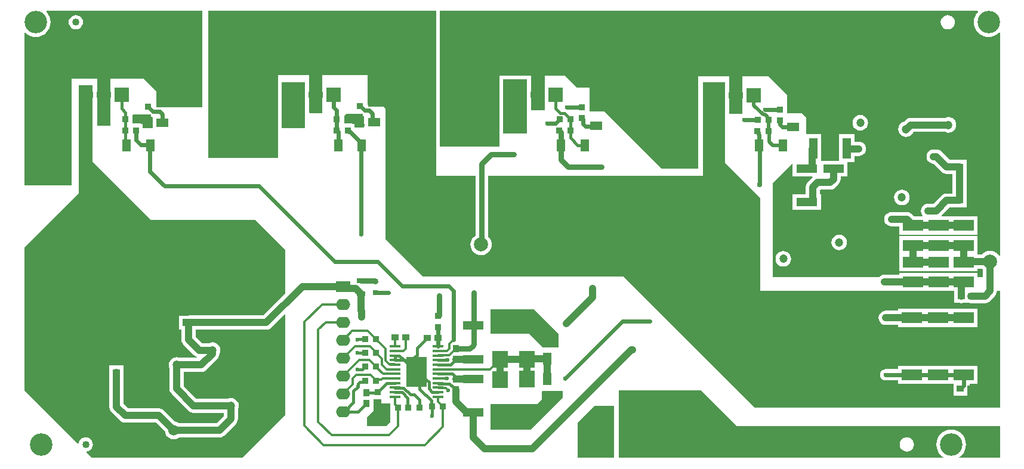
<source format=gtl>
G04*
G04 #@! TF.GenerationSoftware,Altium Limited,Altium Designer,20.0.7 (75)*
G04*
G04 Layer_Physical_Order=1*
G04 Layer_Color=255*
%FSLAX25Y25*%
%MOIN*%
G70*
G01*
G75*
%ADD14C,0.01181*%
%ADD16C,0.01575*%
%ADD19C,0.03937*%
%ADD24R,0.03543X0.03347*%
%ADD25R,0.03347X0.03543*%
%ADD26R,0.04921X0.06890*%
%ADD27R,0.03937X0.03740*%
%ADD28R,0.03740X0.03937*%
%ADD29R,0.08858X0.09252*%
%ADD30R,0.11417X0.06299*%
%ADD31R,0.04724X0.06890*%
%ADD32R,0.07087X0.05118*%
%ADD33R,0.11811X0.17008*%
%ADD34R,0.06496X0.01772*%
%ADD35R,0.05118X0.02756*%
%ADD36R,0.03150X0.03150*%
%ADD37R,0.11811X0.04921*%
%ADD38R,0.04921X0.11811*%
%ADD39R,0.06890X0.03937*%
%ADD65C,0.04000*%
%ADD66C,0.02362*%
%ADD67C,0.03150*%
%ADD68C,0.01968*%
%ADD69C,0.07874*%
%ADD70C,0.04724*%
%ADD71C,0.12598*%
%ADD72R,0.08268X0.08268*%
%ADD73C,0.08268*%
%ADD74C,0.06000*%
%ADD75R,0.07874X0.06299*%
%ADD76O,0.07874X0.06299*%
%ADD77C,0.02362*%
%ADD78C,0.01968*%
G36*
X3221653Y755512D02*
X3200127Y755512D01*
X3199620Y755901D01*
X3198854Y756218D01*
X3198031Y756326D01*
X3196063D01*
X3196063Y764567D01*
X3188976Y771654D01*
X3170472Y771654D01*
X3170473Y745276D01*
X3162992Y745276D01*
Y771654D01*
X3148819Y771654D01*
X3148819Y711811D01*
X3122441Y711811D01*
Y797090D01*
X3122941Y797213D01*
X3124125Y796242D01*
X3125561Y795474D01*
X3127119Y795002D01*
X3128740Y794842D01*
X3130361Y795002D01*
X3131919Y795474D01*
X3133356Y796242D01*
X3134615Y797275D01*
X3135648Y798534D01*
X3136415Y799970D01*
X3136888Y801529D01*
X3137048Y803150D01*
X3136888Y804770D01*
X3136415Y806329D01*
X3135648Y807765D01*
X3134676Y808949D01*
X3134800Y809449D01*
X3221653D01*
X3221653Y755512D01*
D02*
G37*
G36*
X3310155Y751494D02*
X3310813Y750989D01*
X3311580Y750672D01*
X3312205Y750589D01*
Y744095D01*
X3306693Y744095D01*
Y746260D01*
X3305709D01*
X3305512Y746457D01*
X3301575D01*
X3301181Y746850D01*
Y750787D01*
X3302362Y751968D01*
X3309681Y751968D01*
X3310155Y751494D01*
D02*
G37*
G36*
X3279134Y743701D02*
X3266180D01*
Y769685D01*
X3279134D01*
Y743701D01*
D02*
G37*
G36*
X3191947Y750903D02*
X3192604Y750398D01*
X3193371Y750081D01*
X3194094Y749986D01*
Y743701D01*
X3188583Y743701D01*
Y746260D01*
X3187598D01*
X3187402Y746457D01*
Y746457D01*
X3182677Y746457D01*
Y751181D01*
X3183071Y751575D01*
X3191275Y751575D01*
X3191947Y750903D01*
D02*
G37*
G36*
X3403149Y740945D02*
X3389764D01*
Y771260D01*
X3403149D01*
Y740945D01*
D02*
G37*
G36*
X3655087Y808949D02*
X3654116Y807765D01*
X3653348Y806329D01*
X3652876Y804770D01*
X3652716Y803150D01*
X3652876Y801529D01*
X3653348Y799970D01*
X3654116Y798534D01*
X3655149Y797275D01*
X3656408Y796242D01*
X3657845Y795474D01*
X3659403Y795002D01*
X3661024Y794842D01*
X3662645Y795002D01*
X3664203Y795474D01*
X3665639Y796242D01*
X3666823Y797214D01*
X3667323Y797090D01*
X3667323Y672568D01*
X3666823Y672443D01*
X3666745Y672588D01*
X3666007Y673487D01*
X3665108Y674225D01*
X3664082Y674774D01*
X3662969Y675111D01*
X3661811Y675225D01*
X3660653Y675111D01*
X3659540Y674774D01*
X3658514Y674225D01*
X3657615Y673487D01*
X3657269Y673066D01*
X3654921D01*
Y683465D01*
X3611221D01*
Y673228D01*
Y663779D01*
X3654921D01*
Y665124D01*
X3657592D01*
X3657615Y665095D01*
X3657840Y664911D01*
Y660630D01*
X3654921D01*
Y662992D01*
X3611221D01*
Y661845D01*
X3602756D01*
X3601728Y661710D01*
X3600771Y661313D01*
X3599948Y660682D01*
X3599908Y660630D01*
X3540708Y660630D01*
X3540354Y660983D01*
X3540355Y713189D01*
X3551113Y723947D01*
X3551575Y723756D01*
Y716831D01*
X3562555D01*
X3562725Y716331D01*
X3562547Y716194D01*
X3560086Y713733D01*
X3559455Y712911D01*
X3559058Y711953D01*
X3558923Y710925D01*
Y706988D01*
X3551575D01*
Y698130D01*
X3567323D01*
Y706988D01*
X3566865D01*
Y709280D01*
X3566999Y709415D01*
X3572441D01*
X3573469Y709550D01*
X3574426Y709947D01*
X3575249Y710578D01*
X3577217Y712546D01*
X3577848Y713369D01*
X3578245Y714327D01*
X3578381Y715354D01*
Y716831D01*
X3582283D01*
Y724803D01*
X3586221D01*
Y728312D01*
X3588583D01*
X3589610Y728448D01*
X3590568Y728844D01*
X3591391Y729476D01*
X3592022Y730298D01*
X3592418Y731256D01*
X3592554Y732283D01*
X3592418Y733311D01*
X3592022Y734269D01*
X3591391Y735091D01*
X3590568Y735722D01*
X3589610Y736119D01*
X3588583Y736254D01*
X3586221D01*
Y740551D01*
X3577362D01*
Y725689D01*
X3567520D01*
Y740551D01*
X3559409D01*
X3559055Y740905D01*
X3559055Y750000D01*
X3556693Y752362D01*
X3548425D01*
X3548425Y762599D01*
X3538189Y772835D01*
X3523622Y772835D01*
Y751968D01*
X3516142D01*
Y772835D01*
X3498819D01*
X3498819Y721260D01*
X3478347Y721260D01*
X3446457Y753150D01*
X3438543Y753150D01*
X3438189Y753503D01*
X3438189Y766535D01*
X3431102Y766535D01*
X3424409Y773228D01*
X3412992Y773228D01*
Y753937D01*
X3405512Y753937D01*
X3405512Y773228D01*
X3403344D01*
X3403149Y773267D01*
X3389764D01*
X3389570Y773228D01*
X3387795D01*
Y771454D01*
X3387757Y771260D01*
Y740945D01*
X3387795Y740751D01*
Y733465D01*
X3354331Y733464D01*
X3354331Y809449D01*
X3654964D01*
X3655087Y808949D01*
D02*
G37*
G36*
X3420866Y628740D02*
X3420866Y621260D01*
X3411811Y621260D01*
X3404330Y628740D01*
X3382677Y628740D01*
X3382677Y642520D01*
X3407087D01*
X3420866Y628740D01*
D02*
G37*
G36*
X3352324Y733464D02*
X3352362Y733272D01*
X3352362Y717323D01*
X3374379D01*
Y683737D01*
X3374262Y683674D01*
X3373363Y682936D01*
X3372625Y682037D01*
X3372077Y681011D01*
X3371739Y679898D01*
X3371625Y678740D01*
X3371739Y677583D01*
X3372077Y676469D01*
X3372625Y675443D01*
X3373363Y674544D01*
X3374262Y673806D01*
X3375288Y673258D01*
X3376402Y672920D01*
X3377559Y672806D01*
X3378717Y672920D01*
X3379830Y673258D01*
X3380856Y673806D01*
X3381755Y674544D01*
X3382493Y675443D01*
X3383041Y676469D01*
X3383379Y677583D01*
X3383493Y678740D01*
X3383379Y679898D01*
X3383041Y681011D01*
X3382493Y682037D01*
X3381755Y682936D01*
X3381527Y683124D01*
Y717323D01*
X3501575Y717323D01*
X3501575Y769685D01*
X3513779Y769685D01*
Y762163D01*
X3513768Y762047D01*
X3513779Y761931D01*
Y724409D01*
X3533465Y704724D01*
X3533464Y652756D01*
X3641698Y652756D01*
Y650000D01*
X3641732Y649742D01*
Y646161D01*
X3644664D01*
X3645669Y646029D01*
X3646675Y646161D01*
X3649979D01*
X3650984Y646029D01*
X3659055D01*
X3660083Y646164D01*
X3661040Y646561D01*
X3661863Y647192D01*
X3664619Y649948D01*
X3665250Y650770D01*
X3665647Y651728D01*
X3665782Y652756D01*
X3666282Y652756D01*
X3667323D01*
X3667323Y587598D01*
X3530512D01*
X3457087Y661024D01*
X3344882Y661024D01*
X3324016Y681890D01*
X3324016Y754725D01*
X3322835Y755905D01*
X3317485Y755905D01*
X3317404Y755986D01*
X3316746Y756491D01*
X3315980Y756809D01*
X3315157Y756917D01*
X3314173D01*
X3314173Y773622D01*
X3288976D01*
Y752362D01*
X3281850Y752362D01*
X3281496Y752716D01*
X3281496Y773622D01*
X3264173Y773622D01*
Y727165D01*
X3225197Y727165D01*
X3225197Y809449D01*
X3352324Y809449D01*
X3352324Y733464D01*
D02*
G37*
G36*
X3321653Y589764D02*
X3326772D01*
X3326772Y579528D01*
X3324409Y577165D01*
X3313780Y577165D01*
X3313779Y582283D01*
X3317323Y585827D01*
Y592126D01*
X3321653D01*
X3321653Y589764D01*
D02*
G37*
G36*
X3423228Y596850D02*
X3423228Y593307D01*
X3405118Y575197D01*
X3382677Y575197D01*
X3382677Y589370D01*
X3408661Y589370D01*
X3411417Y592126D01*
X3411417Y596497D01*
X3411771Y596850D01*
X3423228Y596850D01*
D02*
G37*
G36*
X3520472Y577165D02*
X3667323D01*
Y559449D01*
X3644730D01*
X3644609Y559934D01*
X3644773Y560021D01*
X3646032Y561055D01*
X3647065Y562314D01*
X3647833Y563750D01*
X3648306Y565308D01*
X3648465Y566929D01*
X3648306Y568550D01*
X3647833Y570108D01*
X3647065Y571545D01*
X3646032Y572804D01*
X3644773Y573837D01*
X3643337Y574604D01*
X3641778Y575077D01*
X3640157Y575237D01*
X3638537Y575077D01*
X3636978Y574604D01*
X3635542Y573837D01*
X3634283Y572804D01*
X3633250Y571545D01*
X3632482Y570108D01*
X3632010Y568550D01*
X3631850Y566929D01*
X3632010Y565308D01*
X3632482Y563750D01*
X3633250Y562314D01*
X3634283Y561055D01*
X3635542Y560021D01*
X3635706Y559934D01*
X3635585Y559449D01*
X3454331D01*
Y597244D01*
X3500394D01*
X3520472Y577165D01*
D02*
G37*
G36*
X3451968Y559449D02*
X3431496Y559449D01*
X3431496Y579134D01*
X3440945Y588583D01*
X3451968D01*
Y559449D01*
D02*
G37*
G36*
X3160630Y725197D02*
X3193307Y692520D01*
X3251575Y692520D01*
X3268110Y675984D01*
X3268110Y651285D01*
X3255875Y639050D01*
X3214114D01*
X3213856Y639016D01*
X3208701D01*
Y631142D01*
X3210143D01*
Y625650D01*
X3210278Y624622D01*
X3210675Y623664D01*
X3211306Y622842D01*
X3217271Y616877D01*
X3218093Y616246D01*
X3218957Y615888D01*
X3218858Y615388D01*
X3209210D01*
X3208611Y615637D01*
X3207480Y615785D01*
X3206350Y615637D01*
X3205296Y615200D01*
X3204391Y614506D01*
X3203698Y613601D01*
X3203261Y612548D01*
X3203112Y611417D01*
X3203261Y610287D01*
X3203509Y609687D01*
Y598032D01*
X3203645Y597004D01*
X3204041Y596046D01*
X3204672Y595224D01*
X3214121Y585775D01*
X3214944Y585144D01*
X3215902Y584747D01*
X3216929Y584612D01*
X3233824D01*
Y582747D01*
X3229851Y578774D01*
X3208892D01*
X3208411Y579143D01*
X3207203Y579644D01*
X3206602Y579723D01*
X3200446Y585879D01*
X3199623Y586510D01*
X3198666Y586906D01*
X3197638Y587042D01*
X3180385D01*
X3177825Y589602D01*
Y594593D01*
Y600766D01*
X3177849Y600945D01*
Y607244D01*
X3177815Y607502D01*
Y611083D01*
X3174883D01*
X3173878Y611215D01*
X3172872Y611083D01*
X3169941D01*
Y607502D01*
X3169907Y607244D01*
Y601101D01*
X3169883Y600921D01*
Y594593D01*
Y587957D01*
X3170019Y586929D01*
X3170415Y585971D01*
X3171046Y585149D01*
X3175932Y580263D01*
X3176755Y579632D01*
X3177712Y579235D01*
X3178740Y579100D01*
X3195993D01*
X3200986Y574107D01*
X3201065Y573506D01*
X3201566Y572297D01*
X3202362Y571260D01*
X3203400Y570463D01*
X3204609Y569963D01*
X3205906Y569792D01*
X3207203Y569963D01*
X3208411Y570463D01*
X3208892Y570832D01*
X3231496D01*
X3232524Y570967D01*
X3233482Y571364D01*
X3234304Y571995D01*
X3240603Y578295D01*
X3241234Y579117D01*
X3241631Y580075D01*
X3241766Y581102D01*
Y586853D01*
X3242014Y587452D01*
X3242163Y588583D01*
X3242014Y589713D01*
X3241578Y590767D01*
X3240884Y591671D01*
X3239979Y592366D01*
X3238926Y592802D01*
X3237795Y592951D01*
X3236665Y592802D01*
X3236065Y592554D01*
X3218574D01*
X3211451Y599676D01*
Y607446D01*
X3221260D01*
X3222288Y607582D01*
X3223245Y607978D01*
X3224068Y608609D01*
X3230216Y614758D01*
X3230848Y615580D01*
X3231244Y616538D01*
X3231379Y617566D01*
Y617591D01*
X3231778Y618554D01*
X3231927Y619685D01*
X3231778Y620816D01*
X3231342Y621869D01*
X3230648Y622774D01*
X3229743Y623468D01*
X3228690Y623904D01*
X3227559Y624053D01*
X3226429Y623904D01*
X3225829Y623656D01*
X3221724D01*
X3218085Y627294D01*
Y631108D01*
X3257520D01*
X3258548Y631243D01*
X3259505Y631640D01*
X3260328Y632271D01*
X3267648Y639592D01*
X3268110Y639400D01*
X3268111Y583465D01*
X3244094Y559449D01*
X3160236D01*
X3157151Y562534D01*
X3157311Y563008D01*
X3157729Y563063D01*
X3158694Y563463D01*
X3159523Y564099D01*
X3160159Y564928D01*
X3160559Y565893D01*
X3160696Y566929D01*
X3160559Y567965D01*
X3160159Y568930D01*
X3159523Y569760D01*
X3158694Y570396D01*
X3157729Y570795D01*
X3156693Y570932D01*
X3155657Y570795D01*
X3154692Y570396D01*
X3153863Y569760D01*
X3153226Y568930D01*
X3152827Y567965D01*
X3152772Y567548D01*
X3152298Y567387D01*
X3122441Y597244D01*
X3122441Y677165D01*
X3152756Y707480D01*
X3152756Y767717D01*
X3160630Y767717D01*
X3160630Y725197D01*
D02*
G37*
%LPC*%
G36*
X3151181Y807152D02*
X3150145Y807016D01*
X3149180Y806616D01*
X3148351Y805980D01*
X3147715Y805151D01*
X3147315Y804186D01*
X3147178Y803150D01*
X3147315Y802114D01*
X3147715Y801148D01*
X3148351Y800319D01*
X3149180Y799683D01*
X3150145Y799283D01*
X3151181Y799147D01*
X3152217Y799283D01*
X3153182Y799683D01*
X3154012Y800319D01*
X3154648Y801148D01*
X3155047Y802114D01*
X3155184Y803150D01*
X3155047Y804186D01*
X3154648Y805151D01*
X3154012Y805980D01*
X3153182Y806616D01*
X3152217Y807016D01*
X3151181Y807152D01*
D02*
G37*
G36*
X3638189D02*
X3637153Y807016D01*
X3636188Y806616D01*
X3635358Y805980D01*
X3634723Y805151D01*
X3634323Y804186D01*
X3634186Y803150D01*
X3634323Y802114D01*
X3634723Y801148D01*
X3635358Y800319D01*
X3636188Y799683D01*
X3637153Y799283D01*
X3638189Y799147D01*
X3639225Y799283D01*
X3640191Y799683D01*
X3641019Y800319D01*
X3641655Y801148D01*
X3642055Y802114D01*
X3642192Y803150D01*
X3642055Y804186D01*
X3641655Y805151D01*
X3641019Y805980D01*
X3640191Y806616D01*
X3639225Y807016D01*
X3638189Y807152D01*
D02*
G37*
G36*
X3589370Y751219D02*
X3588240Y751070D01*
X3587186Y750633D01*
X3586282Y749939D01*
X3585587Y749034D01*
X3585151Y747981D01*
X3585002Y746850D01*
X3585151Y745720D01*
X3585587Y744666D01*
X3586282Y743762D01*
X3587186Y743068D01*
X3588240Y742631D01*
X3589370Y742482D01*
X3590501Y742631D01*
X3591554Y743068D01*
X3592459Y743762D01*
X3593153Y744666D01*
X3593589Y745720D01*
X3593738Y746850D01*
X3593589Y747981D01*
X3593153Y749034D01*
X3592459Y749939D01*
X3591554Y750633D01*
X3590501Y751070D01*
X3589370Y751219D01*
D02*
G37*
G36*
X3638583Y750037D02*
X3637452Y749889D01*
X3636853Y749640D01*
X3617536D01*
X3616508Y749505D01*
X3615550Y749108D01*
X3614728Y748477D01*
X3613740Y747489D01*
X3612777Y747090D01*
X3611872Y746396D01*
X3611178Y745491D01*
X3610741Y744438D01*
X3610593Y743307D01*
X3610741Y742177D01*
X3611178Y741123D01*
X3611872Y740218D01*
X3612777Y739524D01*
X3613830Y739088D01*
X3614960Y738939D01*
X3616091Y739088D01*
X3617145Y739524D01*
X3618049Y740218D01*
X3618744Y741123D01*
X3618841Y741359D01*
X3619181Y741698D01*
X3636853D01*
X3637452Y741450D01*
X3638583Y741301D01*
X3639713Y741450D01*
X3640767Y741886D01*
X3641671Y742581D01*
X3642366Y743485D01*
X3642802Y744539D01*
X3642951Y745669D01*
X3642802Y746800D01*
X3642366Y747853D01*
X3641671Y748758D01*
X3640767Y749452D01*
X3639713Y749889D01*
X3638583Y750037D01*
D02*
G37*
G36*
X3612598Y709486D02*
X3611468Y709337D01*
X3610415Y708901D01*
X3609510Y708207D01*
X3608816Y707302D01*
X3608379Y706249D01*
X3608230Y705118D01*
X3608379Y703988D01*
X3608816Y702934D01*
X3609510Y702029D01*
X3610415Y701335D01*
X3611468Y700899D01*
X3612598Y700750D01*
X3613729Y700899D01*
X3614782Y701335D01*
X3615687Y702029D01*
X3616381Y702934D01*
X3616818Y703988D01*
X3616967Y705118D01*
X3616818Y706249D01*
X3616381Y707302D01*
X3615687Y708207D01*
X3614782Y708901D01*
X3613729Y709337D01*
X3612598Y709486D01*
D02*
G37*
G36*
X3631890Y731924D02*
X3630315D01*
X3629287Y731788D01*
X3628329Y731392D01*
X3627507Y730761D01*
X3626876Y729938D01*
X3626479Y728980D01*
X3626344Y727953D01*
X3626479Y726925D01*
X3626876Y725967D01*
X3627507Y725145D01*
X3628329Y724514D01*
X3629287Y724117D01*
X3630234Y723992D01*
X3634761Y719466D01*
X3635583Y718835D01*
X3636541Y718438D01*
X3637569Y718303D01*
X3640965D01*
Y715975D01*
Y709676D01*
Y707347D01*
X3637628D01*
X3636600Y707212D01*
X3635643Y706815D01*
X3634821Y706184D01*
X3630245Y701609D01*
X3627165D01*
X3626138Y701474D01*
X3625180Y701077D01*
X3624358Y700446D01*
X3623726Y699623D01*
X3623330Y698666D01*
X3623195Y697638D01*
X3623330Y696610D01*
X3623726Y695652D01*
X3624236Y694988D01*
X3624025Y694488D01*
X3619395D01*
X3618162Y695721D01*
X3617340Y696352D01*
X3616382Y696749D01*
X3615354Y696884D01*
X3606693D01*
X3605665Y696749D01*
X3604707Y696352D01*
X3603885Y695721D01*
X3603254Y694899D01*
X3602857Y693941D01*
X3602722Y692913D01*
X3602857Y691886D01*
X3603254Y690928D01*
X3603885Y690105D01*
X3604707Y689474D01*
X3605665Y689078D01*
X3606693Y688942D01*
X3611221D01*
Y684252D01*
X3654921D01*
Y694488D01*
X3635063D01*
X3634893Y694768D01*
X3634856Y694988D01*
X3639273Y699405D01*
X3644936D01*
X3645942Y699538D01*
X3648873D01*
Y703118D01*
X3648907Y703376D01*
Y709676D01*
Y715975D01*
Y722274D01*
X3648873Y722532D01*
Y726113D01*
X3645942D01*
X3644936Y726245D01*
X3639213D01*
X3634698Y730761D01*
X3633875Y731392D01*
X3632917Y731788D01*
X3631890Y731924D01*
D02*
G37*
G36*
X3577559Y684289D02*
X3576429Y684140D01*
X3575375Y683704D01*
X3574471Y683010D01*
X3573776Y682105D01*
X3573340Y681052D01*
X3573191Y679921D01*
X3573340Y678791D01*
X3573776Y677737D01*
X3574471Y676833D01*
X3575375Y676138D01*
X3576429Y675702D01*
X3577559Y675553D01*
X3578690Y675702D01*
X3579743Y676138D01*
X3580648Y676833D01*
X3581342Y677737D01*
X3581778Y678791D01*
X3581927Y679921D01*
X3581778Y681052D01*
X3581342Y682105D01*
X3580648Y683010D01*
X3579743Y683704D01*
X3578690Y684140D01*
X3577559Y684289D01*
D02*
G37*
G36*
X3546358Y675136D02*
X3545228Y674987D01*
X3544174Y674551D01*
X3543270Y673856D01*
X3542575Y672952D01*
X3542139Y671898D01*
X3541990Y670768D01*
X3542139Y669637D01*
X3542575Y668584D01*
X3543270Y667679D01*
X3544174Y666985D01*
X3545228Y666548D01*
X3546358Y666400D01*
X3547489Y666548D01*
X3548542Y666985D01*
X3549447Y667679D01*
X3550141Y668584D01*
X3550578Y669637D01*
X3550726Y670768D01*
X3550578Y671898D01*
X3550141Y672952D01*
X3549447Y673856D01*
X3548542Y674551D01*
X3547489Y674987D01*
X3546358Y675136D01*
D02*
G37*
G36*
X3654921Y642913D02*
X3610433D01*
Y641766D01*
X3603543D01*
X3603543Y641766D01*
X3602515Y641631D01*
X3601558Y641234D01*
X3600735Y640603D01*
X3600104Y639781D01*
X3599708Y638823D01*
X3599572Y637795D01*
X3599707Y636767D01*
X3600104Y635810D01*
X3600735Y634987D01*
X3601558Y634356D01*
X3602515Y633960D01*
X3603543Y633824D01*
X3610433D01*
Y632677D01*
X3654921D01*
Y642913D01*
D02*
G37*
G36*
Y611024D02*
X3610433D01*
Y609082D01*
X3603543D01*
X3602721Y608974D01*
X3601955Y608657D01*
X3601297Y608152D01*
X3600792Y607494D01*
X3600475Y606728D01*
X3600367Y605905D01*
X3600475Y605083D01*
X3600792Y604317D01*
X3601297Y603659D01*
X3601955Y603154D01*
X3602721Y602837D01*
X3603543Y602729D01*
X3610433D01*
Y600787D01*
X3641339D01*
Y594193D01*
X3649213D01*
Y597377D01*
X3649490Y597655D01*
X3649995Y598313D01*
X3650312Y599079D01*
X3650421Y599902D01*
Y600787D01*
X3654921D01*
Y611024D01*
D02*
G37*
G36*
X3615354Y570932D02*
X3614318Y570795D01*
X3613353Y570396D01*
X3612524Y569760D01*
X3611888Y568930D01*
X3611488Y567965D01*
X3611352Y566929D01*
X3611488Y565893D01*
X3611888Y564928D01*
X3612524Y564099D01*
X3613353Y563463D01*
X3614318Y563063D01*
X3615354Y562926D01*
X3616390Y563063D01*
X3617356Y563463D01*
X3618185Y564099D01*
X3618821Y564928D01*
X3619221Y565893D01*
X3619357Y566929D01*
X3619221Y567965D01*
X3618821Y568930D01*
X3618185Y569760D01*
X3617356Y570396D01*
X3616390Y570795D01*
X3615354Y570932D01*
D02*
G37*
%LPD*%
D14*
X3290873Y635361D02*
X3300471D01*
X3286614Y631102D02*
X3290873Y635361D01*
X3286614Y579528D02*
Y631102D01*
X3288668Y645361D02*
X3300471D01*
X3278740Y635433D02*
X3288668Y645361D01*
X3286614Y579528D02*
X3294094Y572047D01*
X3278740Y577559D02*
Y635433D01*
X3294094Y572047D02*
X3325984D01*
X3331102Y577165D02*
Y587598D01*
X3325984Y572047D02*
X3331102Y577165D01*
X3329468Y589331D02*
Y593609D01*
Y589331D02*
X3331102Y587697D01*
Y587598D02*
Y587697D01*
X3353484Y608963D02*
X3382585D01*
X3387992Y614370D01*
X3353674Y616831D02*
X3359938D01*
X3353484Y616640D02*
X3353674Y616831D01*
X3359938D02*
X3363483Y620376D01*
X3358261Y603845D02*
X3358366Y603740D01*
X3353484Y603845D02*
X3358261D01*
X3358569Y619199D02*
X3359843Y620472D01*
Y623148D02*
X3362205Y625511D01*
X3353484Y619199D02*
X3358569D01*
X3359843Y620472D02*
Y623148D01*
X3305787Y600676D02*
Y603818D01*
X3300471Y595361D02*
X3305787Y600676D01*
X3307874Y605905D02*
X3315675D01*
X3305787Y603818D02*
X3307874Y605905D01*
X3315675D02*
X3318877Y602703D01*
Y602605D02*
Y602703D01*
Y602605D02*
X3319422Y603150D01*
X3321653D01*
X3322349Y603845D02*
X3329468D01*
X3321653Y603150D02*
X3322349Y603845D01*
X3363483Y597616D02*
Y597715D01*
X3359091Y597250D02*
X3359192D01*
X3353779Y598431D02*
X3357910D01*
X3359091Y597250D01*
X3353484Y598727D02*
X3353779Y598431D01*
X3363483Y620376D02*
Y620475D01*
X3278740Y577559D02*
X3289627Y566672D01*
X3346232D01*
X3356279Y576719D01*
Y588038D01*
X3326025Y611817D02*
X3329173D01*
X3324134Y613708D02*
Y620459D01*
X3318886Y618209D02*
X3322166Y614929D01*
X3305619Y630508D02*
X3314184D01*
X3318886Y625708D02*
Y625806D01*
X3314184Y630508D02*
X3318886Y625806D01*
X3300471Y625361D02*
X3305619Y630508D01*
X3318886Y625609D02*
X3319968Y624527D01*
X3320067D01*
X3318886Y625609D02*
Y625708D01*
X3329173Y611817D02*
X3329468Y611522D01*
X3324134Y613708D02*
X3326025Y611817D01*
X3320067Y624527D02*
X3324134Y620459D01*
X3322166Y611576D02*
Y614929D01*
X3318886Y618209D02*
Y618406D01*
X3322166Y611576D02*
X3324780Y608963D01*
X3307019Y621908D02*
X3315384D01*
X3300471Y615361D02*
X3307019Y621908D01*
X3315384D02*
X3318886Y618406D01*
X3324780Y608963D02*
X3329468D01*
X3300471Y605361D02*
X3309319Y614208D01*
X3315184D01*
X3318886Y610408D02*
Y610506D01*
X3315184Y614208D02*
X3318886Y610506D01*
X3322791Y606404D02*
X3329468D01*
X3318886Y610309D02*
X3322791Y606404D01*
X3318886Y610309D02*
Y610408D01*
X3353484Y590833D02*
Y593609D01*
X3355098Y589219D02*
X3355196D01*
X3356279Y588038D02*
Y588136D01*
X3355196Y589219D02*
X3356279Y588136D01*
X3353484Y590833D02*
X3355098Y589219D01*
X3335506Y620649D02*
Y626999D01*
X3329468Y619199D02*
X3334057D01*
X3335506Y620649D01*
X3329468Y621758D02*
Y626912D01*
X3329578Y627022D01*
X3335484D02*
X3335506Y626999D01*
D16*
X3329566Y596069D02*
X3333360D01*
X3336591Y592838D01*
X3329468Y596168D02*
X3329566Y596069D01*
X3336591Y587916D02*
Y592838D01*
Y587916D02*
X3336909Y587598D01*
X3343012D02*
Y591929D01*
X3340157Y594783D02*
X3343012Y591929D01*
X3337986Y594783D02*
X3340157D01*
X3329566Y598628D02*
X3334142D01*
X3329468Y598727D02*
X3329566Y598628D01*
X3334142D02*
X3337986Y594783D01*
X3301259Y585361D02*
X3308884D01*
X3313386Y589862D01*
Y589961D01*
X3319685Y596161D02*
X3319783D01*
X3324809Y601187D01*
X3329369D01*
X3329468Y601286D01*
X3313386Y595866D02*
X3313533Y596014D01*
X3319537D01*
X3319685Y596161D01*
X3358553Y614065D02*
X3358760Y614272D01*
X3353500Y614065D02*
X3358553D01*
X3353490Y611516D02*
X3360528D01*
X3353484Y611522D02*
X3353490Y611516D01*
X3362401Y604605D02*
Y605574D01*
Y604605D02*
X3363483Y603522D01*
X3360528Y611516D02*
X3363483Y614471D01*
X3353785Y600984D02*
X3359956D01*
X3360961Y599979D01*
X3353484Y601286D02*
X3353785Y600984D01*
X3361220Y599979D02*
X3363483Y597715D01*
X3360961Y599979D02*
X3361220D01*
X3361478Y606496D02*
X3362401Y605574D01*
X3353484Y606404D02*
X3353576Y606496D01*
X3312105Y601935D02*
X3312775Y602605D01*
X3309809Y601935D02*
X3312105D01*
X3308805Y600931D02*
X3309809Y601935D01*
X3300471Y585361D02*
X3301259D01*
X3306299Y590401D01*
Y596850D01*
X3308805Y599356D02*
Y600931D01*
X3419291Y754724D02*
X3421721Y752295D01*
X3423985D02*
X3426476Y749803D01*
X3421721Y752295D02*
X3423985D01*
X3334389Y614081D02*
X3334738D01*
X3329468D02*
X3334389D01*
X3336008Y612461D01*
X3331830Y616640D02*
X3334389Y614081D01*
X3334738D02*
X3336357Y612461D01*
X3340020Y608798D01*
X3336357Y612461D02*
X3336698D01*
X3336008D02*
X3336357D01*
X3340191Y608968D02*
X3341476Y607683D01*
X3336698Y612461D02*
X3340191Y608968D01*
X3329468Y616640D02*
X3331830D01*
X3350140Y596266D02*
X3353385D01*
X3348323Y598083D02*
X3350140Y596266D01*
X3353385D02*
X3353484Y596168D01*
X3350078Y587349D02*
X3350471Y587743D01*
X3372881Y614569D02*
X3372984Y614672D01*
X3363483Y614471D02*
Y614569D01*
X3353576Y606496D02*
X3361478D01*
X3340191Y615400D02*
X3341810Y617020D01*
X3340191Y608968D02*
Y615400D01*
X3341810Y617020D02*
Y620900D01*
X3347432Y626522D02*
X3347531D01*
X3341810Y620900D02*
X3347432Y626522D01*
X3341135Y607683D02*
X3341476D01*
X3329468Y614081D02*
Y616640D01*
X3311184Y608808D02*
X3312783Y610408D01*
X3308435Y608808D02*
X3311184D01*
X3308535Y625708D02*
X3312783D01*
X3308435Y625608D02*
X3308535Y625708D01*
X3308435Y618308D02*
X3312783D01*
X3306299Y596850D02*
X3308805Y599356D01*
X3350078Y582920D02*
Y587349D01*
X3350176Y588038D02*
X3350471Y587743D01*
X3343641Y600290D02*
Y605518D01*
X3345806Y603353D01*
X3343298Y599947D02*
X3343641Y600290D01*
X3343298Y597990D02*
Y599947D01*
Y597990D02*
X3349684Y591604D01*
X3341476Y607683D02*
X3343641Y605518D01*
X3349684Y588530D02*
X3350176Y588038D01*
X3349684Y588530D02*
Y591604D01*
X3348323Y598083D02*
Y601733D01*
X3345806Y603353D02*
X3346703D01*
X3348323Y601733D01*
X3178839Y735039D02*
X3179626Y734252D01*
X3178839Y735039D02*
Y748819D01*
Y752658D01*
X3176772Y754724D02*
X3178839Y752658D01*
X3176772Y754724D02*
Y762598D01*
X3431496Y734252D02*
X3435335D01*
X3427362Y738386D02*
Y742520D01*
Y738386D02*
X3431496Y734252D01*
X3427411Y748770D02*
X3427460Y748819D01*
X3427411Y742569D02*
Y748770D01*
X3427362Y742520D02*
X3427411Y742569D01*
X3426575Y749803D02*
X3427460Y748917D01*
X3426476Y749803D02*
X3426575D01*
X3419291Y754724D02*
Y762598D01*
X3427460Y748819D02*
Y748917D01*
X3353484Y614081D02*
X3353500Y614065D01*
D19*
X3403051Y603445D02*
Y614665D01*
X3403002Y603396D02*
X3403051Y603445D01*
X3388041Y603396D02*
Y614419D01*
X3388238Y614616D01*
X3387992Y614370D02*
X3388041Y614419D01*
X3403002Y614616D02*
X3403051Y614665D01*
X3388238Y614616D02*
X3403002D01*
X3414468Y614764D02*
X3414518Y614715D01*
Y603592D02*
Y614715D01*
Y603592D02*
X3414567Y603543D01*
X3403051Y614665D02*
X3403101Y614715D01*
X3414419D01*
X3414468Y614764D01*
X3388041Y603396D02*
X3388091Y603346D01*
X3379331Y564370D02*
X3406004D01*
X3439764Y649213D02*
Y654331D01*
X3425197Y634646D02*
X3439764Y649213D01*
X3372984Y570717D02*
Y584821D01*
Y570717D02*
X3379331Y564370D01*
X3406004D02*
X3461516Y619882D01*
X3462303D01*
X3647244Y668898D02*
Y678346D01*
X3618504D02*
X3618898Y677953D01*
Y678346D02*
X3633071D01*
X3647244D01*
X3618898Y668898D02*
Y677953D01*
X3647244Y668898D02*
X3647441Y669095D01*
X3661614D01*
X3618504Y678346D02*
X3618898D01*
X3661614Y669095D02*
X3661811Y669291D01*
X3618898Y668898D02*
X3633071D01*
X3609843Y692913D02*
X3615354D01*
X3606693D02*
X3609843D01*
X3615354D02*
X3618898Y689370D01*
X3633071D01*
X3647244D01*
X3602756Y657874D02*
X3618898D01*
X3633071D01*
X3646851D02*
X3647244D01*
X3633071D02*
X3646851D01*
X3645669Y650000D02*
Y656693D01*
X3646851Y657874D01*
X3650984Y650000D02*
X3659055D01*
X3661811Y652756D02*
Y669291D01*
X3659055Y650000D02*
X3661811Y652756D01*
X3603543Y637795D02*
X3618110D01*
X3603543Y637795D02*
X3603543Y637795D01*
X3618110D02*
X3632677D01*
X3647244D01*
X3631890Y697638D02*
X3631988Y697736D01*
X3637628Y703376D01*
X3627165Y697638D02*
X3631890D01*
X3637628Y703376D02*
X3644936D01*
Y709676D01*
Y715975D01*
Y722274D01*
X3631890Y727953D02*
X3637569Y722274D01*
X3630315Y727953D02*
X3631890D01*
X3637569Y722274D02*
X3644936D01*
X3310708Y638038D02*
Y641581D01*
X3173878Y600945D02*
Y607244D01*
X3173854Y594593D02*
Y600921D01*
X3173878Y600945D01*
X3173854Y587957D02*
Y594593D01*
Y587957D02*
X3178740Y583071D01*
X3197638D02*
X3205906Y574803D01*
X3178740Y583071D02*
X3197638D01*
X3205906Y574803D02*
X3231496D01*
X3207480Y598032D02*
X3216929Y588583D01*
X3207480Y611417D02*
X3221260D01*
X3227408Y619534D02*
X3227559Y619685D01*
X3214114Y625650D02*
X3220079Y619685D01*
X3227408Y617566D02*
Y619534D01*
X3310557Y641732D02*
Y651147D01*
Y641732D02*
X3310708Y641581D01*
X3300471Y655361D02*
X3301653Y654179D01*
X3307524D01*
X3310557Y651147D01*
X3214114Y635079D02*
X3257520D01*
X3277802Y655361D02*
X3300471D01*
X3257520Y635079D02*
X3277802Y655361D01*
X3220079Y619685D02*
X3227559D01*
X3221260Y611417D02*
X3227408Y617566D01*
X3214114Y625650D02*
Y635079D01*
X3216929Y588583D02*
X3237795D01*
X3207480Y598032D02*
Y611417D01*
X3231496Y574803D02*
X3237795Y581102D01*
Y588583D01*
X3363483Y590876D02*
Y597616D01*
Y590876D02*
X3369538Y584821D01*
X3372984D01*
X3617536Y745669D02*
X3638583D01*
X3615174Y743307D02*
X3617536Y745669D01*
X3614960Y743307D02*
X3615174D01*
X3559449Y721260D02*
X3562106D01*
X3562598Y721752D01*
Y732185D01*
X3563091Y732677D01*
X3574409Y715354D02*
Y721260D01*
X3572441Y713386D02*
X3574409Y715354D01*
X3565354Y713386D02*
X3572441D01*
X3562894Y710925D02*
X3565354Y713386D01*
X3562894Y703051D02*
Y710925D01*
X3559449Y702559D02*
X3562402D01*
X3562894Y703051D01*
X3582185Y732283D02*
X3588583D01*
X3581791Y732677D02*
X3582185Y732283D01*
X3363483Y614569D02*
X3372881D01*
X3363483Y603522D02*
X3372984D01*
D24*
X3319685Y590059D02*
D03*
Y596161D02*
D03*
X3433858Y755512D02*
D03*
Y749409D02*
D03*
X3544488Y748228D02*
D03*
Y754331D02*
D03*
X3191339Y749803D02*
D03*
Y755905D02*
D03*
X3309843Y756201D02*
D03*
Y750098D02*
D03*
X3353621Y638727D02*
D03*
Y632624D02*
D03*
D25*
X3331102Y587598D02*
D03*
X3325000D02*
D03*
X3427362Y742520D02*
D03*
X3421260D02*
D03*
X3538051Y742154D02*
D03*
X3531949D02*
D03*
X3350176Y588038D02*
D03*
X3356279D02*
D03*
X3336909Y587598D02*
D03*
X3343012D02*
D03*
X3312775Y602605D02*
D03*
X3318877D02*
D03*
X3318886Y618308D02*
D03*
X3312783D02*
D03*
X3421358Y748819D02*
D03*
X3427460D02*
D03*
X3538091Y748425D02*
D03*
X3531988D02*
D03*
X3184941Y748819D02*
D03*
X3178839D02*
D03*
X3296949D02*
D03*
X3303051D02*
D03*
X3318886Y610408D02*
D03*
X3312783D02*
D03*
Y625708D02*
D03*
X3318886D02*
D03*
X3184941Y742520D02*
D03*
X3178839D02*
D03*
X3303051D02*
D03*
X3296949D02*
D03*
X3456201Y565748D02*
D03*
X3450098D02*
D03*
Y572047D02*
D03*
X3456201D02*
D03*
X3456102Y578346D02*
D03*
X3450000D02*
D03*
D26*
X3414468Y625197D02*
D03*
Y614764D02*
D03*
X3414567Y593110D02*
D03*
Y603543D02*
D03*
D27*
X3347531Y626522D02*
D03*
X3353436D02*
D03*
X3644936Y709676D02*
D03*
X3650842D02*
D03*
X3644936Y703376D02*
D03*
X3650842D02*
D03*
X3329578Y627022D02*
D03*
X3335484D02*
D03*
X3645669Y650000D02*
D03*
X3651575D02*
D03*
X3645275Y598032D02*
D03*
X3651181D02*
D03*
X3167949Y594593D02*
D03*
X3173854D02*
D03*
X3167972Y600945D02*
D03*
X3173878D02*
D03*
X3644936Y722274D02*
D03*
X3650842D02*
D03*
X3644936Y715975D02*
D03*
X3650842D02*
D03*
X3167972Y607244D02*
D03*
X3173878D02*
D03*
D28*
X3363483Y620475D02*
D03*
Y614569D02*
D03*
Y597616D02*
D03*
Y603522D02*
D03*
X3313386Y589961D02*
D03*
Y595866D02*
D03*
D29*
X3403051Y603445D02*
D03*
Y583957D02*
D03*
Y614665D02*
D03*
Y634154D02*
D03*
X3388091Y603346D02*
D03*
Y583858D02*
D03*
X3387992Y614567D02*
D03*
Y634055D02*
D03*
D30*
X3647244Y689370D02*
D03*
Y678346D02*
D03*
Y668898D02*
D03*
Y657874D02*
D03*
X3633071Y689370D02*
D03*
Y678346D02*
D03*
X3618110Y616929D02*
D03*
Y605905D02*
D03*
X3647244Y637795D02*
D03*
Y626772D02*
D03*
X3632677D02*
D03*
Y637795D02*
D03*
X3633071Y657874D02*
D03*
Y668898D02*
D03*
X3618898Y678346D02*
D03*
Y689370D02*
D03*
Y657874D02*
D03*
Y668898D02*
D03*
X3618110Y626772D02*
D03*
Y637795D02*
D03*
X3632677Y605905D02*
D03*
Y616929D02*
D03*
X3647244D02*
D03*
Y605905D02*
D03*
D31*
X3435335Y734252D02*
D03*
X3422146D02*
D03*
X3192815D02*
D03*
X3179626D02*
D03*
X3297736D02*
D03*
X3310925D02*
D03*
X3532906Y734154D02*
D03*
X3546095D02*
D03*
D32*
X3317717Y758268D02*
D03*
Y747244D02*
D03*
X3551968Y744488D02*
D03*
Y755512D02*
D03*
X3199606Y757874D02*
D03*
Y746850D02*
D03*
X3441732Y745276D02*
D03*
Y756299D02*
D03*
D33*
X3341476Y607683D02*
D03*
D34*
X3329468Y621758D02*
D03*
Y619199D02*
D03*
Y616640D02*
D03*
Y614081D02*
D03*
Y611522D02*
D03*
Y608963D02*
D03*
Y606404D02*
D03*
Y603845D02*
D03*
Y601286D02*
D03*
Y598727D02*
D03*
Y596168D02*
D03*
Y593609D02*
D03*
X3353484Y621758D02*
D03*
Y619199D02*
D03*
Y616640D02*
D03*
Y614081D02*
D03*
Y611522D02*
D03*
Y608963D02*
D03*
Y606404D02*
D03*
Y603845D02*
D03*
Y601286D02*
D03*
Y598727D02*
D03*
Y596168D02*
D03*
Y593609D02*
D03*
D35*
X3310557Y651147D02*
D03*
Y658627D02*
D03*
D36*
X3318363Y651843D02*
D03*
Y658143D02*
D03*
D37*
X3372984Y603522D02*
D03*
Y584821D02*
D03*
X3574409Y721260D02*
D03*
Y702559D02*
D03*
X3559449D02*
D03*
Y721260D02*
D03*
X3372984Y633372D02*
D03*
Y614672D02*
D03*
D38*
X3563091Y732677D02*
D03*
X3581791D02*
D03*
D39*
X3214114Y648858D02*
D03*
Y635079D02*
D03*
D65*
X3607874Y566929D02*
D03*
X3156693D02*
D03*
X3645669Y803150D02*
D03*
X3151181D02*
D03*
D66*
X3456496Y635827D02*
X3471653D01*
X3424409Y603740D02*
X3456496Y635827D01*
X3647244Y599902D02*
Y605905D01*
X3645374Y598032D02*
X3647244Y599902D01*
X3645275Y598032D02*
X3645374D01*
X3632677Y605905D02*
X3647244D01*
X3618110D02*
X3632677D01*
X3607087D02*
X3618110D01*
X3603543D02*
X3607087D01*
X3532441Y740644D02*
X3532906Y740179D01*
Y734154D02*
Y740179D01*
X3531949Y742154D02*
X3532441Y741661D01*
Y740644D02*
Y741661D01*
X3532874Y712106D02*
X3533071Y712303D01*
Y733988D01*
X3532906Y734154D02*
X3533071Y733988D01*
X3319685Y669291D02*
X3333464Y655512D01*
X3359449D02*
X3362205Y652756D01*
Y625511D02*
Y652756D01*
X3310925Y734252D02*
Y735335D01*
X3304331Y741929D02*
X3310925Y735335D01*
X3303543Y741929D02*
X3304331D01*
X3303051Y742421D02*
X3303543Y741929D01*
X3303051Y742421D02*
Y742520D01*
X3310630Y733957D02*
X3310925Y734252D01*
X3310630Y684646D02*
Y733957D01*
X3253543Y711417D02*
X3295669Y669291D01*
X3192520Y719685D02*
X3200787Y711417D01*
X3192520Y719685D02*
Y733957D01*
X3200787Y711417D02*
X3253543D01*
X3333464Y655512D02*
X3359449D01*
X3295669Y669291D02*
X3319685D01*
X3312402Y753740D02*
X3315157D01*
X3316935Y748026D02*
Y751963D01*
X3310335Y755709D02*
X3310433D01*
X3312402Y753740D01*
X3316935Y748026D02*
X3317717Y747244D01*
X3315157Y753740D02*
X3316935Y751963D01*
X3309843Y756201D02*
X3310335Y755709D01*
X3199606Y746850D02*
Y751575D01*
X3194193Y753150D02*
X3198031D01*
X3199606Y751575D01*
X3191339Y755905D02*
X3191437D01*
X3194193Y753150D01*
X3187573Y734474D02*
X3192593D01*
X3184941Y737106D02*
Y742520D01*
X3318363Y651843D02*
X3325617D01*
X3325650Y651810D01*
X3421358Y748721D02*
Y748819D01*
X3420866Y748228D02*
X3421358Y748721D01*
X3420768Y748228D02*
X3420866D01*
X3418996Y746457D02*
X3420768Y748228D01*
X3414567Y746457D02*
X3418996D01*
X3192520Y733957D02*
X3192815Y734252D01*
X3425591Y755512D02*
X3428347D01*
X3536221Y754331D02*
X3538976D01*
X3192593Y734474D02*
X3192815Y734252D01*
X3184941Y737106D02*
X3187573Y734474D01*
X3372984Y622320D02*
X3373485Y622821D01*
X3353436Y626522D02*
X3353529Y626615D01*
Y632532D01*
X3353621Y632624D01*
X3353460Y621782D02*
X3353484Y621758D01*
X3353460Y621782D02*
Y626498D01*
X3353436Y626522D02*
X3353460Y626498D01*
X3296949Y748819D02*
Y753839D01*
Y742520D02*
X3297736Y741732D01*
Y734252D02*
Y741732D01*
X3295275Y755512D02*
X3296949Y753839D01*
X3295275Y755512D02*
Y762598D01*
X3296949Y742520D02*
Y748819D01*
X3544488Y745872D02*
Y748228D01*
X3545872Y744488D02*
X3551968D01*
X3544488Y745872D02*
X3545872Y744488D01*
X3441339Y744882D02*
X3441732Y745276D01*
X3435830Y744882D02*
X3441339D01*
X3433954Y749409D02*
X3434446Y748917D01*
X3433858Y749409D02*
X3433954D01*
X3434446Y746266D02*
Y748917D01*
Y746266D02*
X3435830Y744882D01*
X3428347Y755512D02*
X3433858D01*
X3538976Y754331D02*
X3544488D01*
X3524409Y748425D02*
X3531988D01*
D67*
X3422146Y726218D02*
X3426316Y722047D01*
X3444882D01*
X3310557Y658627D02*
X3317879D01*
X3318363Y658143D01*
X3373485Y622821D02*
Y651712D01*
X3422146Y726218D02*
Y741535D01*
X3383071Y729134D02*
X3390551D01*
X3354194Y639299D02*
Y650137D01*
X3353621Y638727D02*
X3354194Y639299D01*
X3390551Y729134D02*
X3395669D01*
X3377953Y679134D02*
Y724016D01*
X3383071Y729134D01*
X3377559Y678740D02*
X3377953Y679134D01*
X3363483Y620475D02*
X3371138D01*
X3372984Y622320D01*
X3421260Y742421D02*
Y742520D01*
Y742421D02*
X3422146Y741535D01*
D68*
X3538583Y736221D02*
X3540649Y734154D01*
X3546095D01*
X3538051Y742154D02*
X3538583Y741622D01*
Y736221D02*
Y741622D01*
X3538071Y748406D02*
X3538091Y748425D01*
X3538071Y742173D02*
Y748406D01*
X3538051Y742154D02*
X3538071Y742173D01*
X3537402Y749114D02*
Y750225D01*
X3529900Y756475D02*
Y762047D01*
X3537402Y749114D02*
X3538091Y748425D01*
X3534998Y751378D02*
X3536248D01*
X3529900Y756475D02*
X3534998Y751378D01*
X3536248D02*
X3537402Y750225D01*
D69*
X3661811Y720472D02*
D03*
Y669291D02*
D03*
Y618110D02*
D03*
Y566929D02*
D03*
X3488500Y752913D02*
D03*
Y678740D02*
D03*
X3134851D02*
D03*
Y752913D02*
D03*
X3377559D02*
D03*
Y678740D02*
D03*
X3254331D02*
D03*
Y752913D02*
D03*
D70*
X3546358Y670768D02*
D03*
Y690453D02*
D03*
X3612598Y724803D02*
D03*
Y705118D02*
D03*
X3577559Y679921D02*
D03*
X3597244D02*
D03*
X3237795Y588583D02*
D03*
Y568898D02*
D03*
X3247244Y619685D02*
D03*
X3227559D02*
D03*
X3658268Y745669D02*
D03*
X3638583D02*
D03*
X3187795Y611417D02*
D03*
X3207480D02*
D03*
X3589370Y756693D02*
D03*
Y746850D02*
D03*
X3614960Y743307D02*
D03*
Y753150D02*
D03*
D71*
X3640157Y566929D02*
D03*
X3128740Y803150D02*
D03*
X3131890Y566929D02*
D03*
X3661024Y803150D02*
D03*
D72*
X3176772Y762598D02*
D03*
X3295275D02*
D03*
X3419291D02*
D03*
X3529900Y762047D02*
D03*
D73*
X3166772Y762598D02*
D03*
X3156772D02*
D03*
X3275275D02*
D03*
X3285276D02*
D03*
X3409291D02*
D03*
X3399291D02*
D03*
X3509900Y762047D02*
D03*
X3519900D02*
D03*
D74*
X3205906Y574803D02*
D03*
X3186221D02*
D03*
D75*
X3300471Y655361D02*
D03*
D76*
Y645361D02*
D03*
Y635361D02*
D03*
Y625361D02*
D03*
Y615361D02*
D03*
Y605361D02*
D03*
Y595361D02*
D03*
Y585361D02*
D03*
D77*
X3424409Y603740D02*
D03*
X3471653Y635827D02*
D03*
X3420866Y594095D02*
D03*
X3412992Y586221D02*
D03*
X3388189Y577165D02*
D03*
X3403149D02*
D03*
X3395669D02*
D03*
Y640158D02*
D03*
X3425197Y634646D02*
D03*
X3439764Y654331D02*
D03*
X3419685Y625197D02*
D03*
X3403149Y640158D02*
D03*
X3388189D02*
D03*
X3606693Y692913D02*
D03*
X3609843D02*
D03*
X3606693Y657874D02*
D03*
X3602756D02*
D03*
X3607087Y637795D02*
D03*
X3603543D02*
D03*
X3607087Y605905D02*
D03*
X3603543D02*
D03*
X3358760Y614272D02*
D03*
X3358366Y603740D02*
D03*
X3444882Y722047D02*
D03*
X3128740Y743307D02*
D03*
Y739370D02*
D03*
X3133071Y743307D02*
D03*
Y739370D02*
D03*
X3137402Y743307D02*
D03*
Y739370D02*
D03*
X3141732Y743307D02*
D03*
Y739370D02*
D03*
X3124508Y739468D02*
D03*
Y743405D02*
D03*
X3146161Y739468D02*
D03*
Y743405D02*
D03*
Y767421D02*
D03*
Y763484D02*
D03*
Y759547D02*
D03*
X3124508Y767421D02*
D03*
Y763484D02*
D03*
Y759547D02*
D03*
X3462303Y619882D02*
D03*
X3532874Y712106D02*
D03*
X3268504Y754462D02*
D03*
X3268209Y746063D02*
D03*
X3272736D02*
D03*
X3277264D02*
D03*
X3277264Y749606D02*
D03*
X3272736D02*
D03*
X3268209D02*
D03*
X3268504Y759318D02*
D03*
Y764173D02*
D03*
X3308661Y599213D02*
D03*
X3310630Y684646D02*
D03*
X3322895Y651810D02*
D03*
X3325650D02*
D03*
X3414567Y746457D02*
D03*
X3631988Y697736D02*
D03*
X3627165Y697638D02*
D03*
X3396457Y742520D02*
D03*
X3393457D02*
D03*
X3399457D02*
D03*
X3396457Y746850D02*
D03*
X3393457D02*
D03*
X3399457D02*
D03*
X3396457Y751181D02*
D03*
X3393457D02*
D03*
X3399457D02*
D03*
X3399480Y755547D02*
D03*
X3393480D02*
D03*
X3396480D02*
D03*
X3511417Y754331D02*
D03*
X3508268D02*
D03*
X3505118D02*
D03*
X3189764Y641142D02*
D03*
X3185827D02*
D03*
X3181890D02*
D03*
X3177953D02*
D03*
X3166142D02*
D03*
X3170079D02*
D03*
X3174016D02*
D03*
X3189764Y645472D02*
D03*
X3185827D02*
D03*
X3181890D02*
D03*
X3177953D02*
D03*
X3166142D02*
D03*
X3170079D02*
D03*
X3174016D02*
D03*
X3189764Y649803D02*
D03*
X3185827D02*
D03*
X3181890D02*
D03*
X3177953D02*
D03*
X3166142D02*
D03*
X3170079D02*
D03*
X3174016D02*
D03*
X3189764Y654134D02*
D03*
X3185827D02*
D03*
X3181890D02*
D03*
X3177953D02*
D03*
X3166142D02*
D03*
X3170079D02*
D03*
X3174016D02*
D03*
X3189764Y658465D02*
D03*
X3185827D02*
D03*
X3181890D02*
D03*
X3177953D02*
D03*
X3166142D02*
D03*
X3170079D02*
D03*
X3174016D02*
D03*
X3189764Y662795D02*
D03*
X3185827D02*
D03*
X3181890D02*
D03*
X3177953D02*
D03*
X3166142D02*
D03*
X3170079D02*
D03*
X3174016D02*
D03*
X3189764Y667126D02*
D03*
X3185827D02*
D03*
X3181890D02*
D03*
X3177953D02*
D03*
X3166142D02*
D03*
X3170079D02*
D03*
X3174016D02*
D03*
X3189764Y671457D02*
D03*
X3185827D02*
D03*
X3181890D02*
D03*
X3177953D02*
D03*
X3166142D02*
D03*
X3170079D02*
D03*
X3174016D02*
D03*
X3141732Y759449D02*
D03*
Y763386D02*
D03*
Y767323D02*
D03*
X3137402Y759449D02*
D03*
Y763386D02*
D03*
Y767323D02*
D03*
X3133071Y759449D02*
D03*
Y763386D02*
D03*
Y767323D02*
D03*
X3128740Y759449D02*
D03*
Y763386D02*
D03*
Y767323D02*
D03*
X3633464Y726378D02*
D03*
X3630315Y727953D02*
D03*
X3473622Y565354D02*
D03*
Y571654D02*
D03*
Y577953D02*
D03*
Y574803D02*
D03*
Y568504D02*
D03*
X3470472Y565354D02*
D03*
Y568504D02*
D03*
Y571654D02*
D03*
Y574803D02*
D03*
Y577953D02*
D03*
X3437795Y566142D02*
D03*
Y572441D02*
D03*
Y578740D02*
D03*
Y575591D02*
D03*
Y569291D02*
D03*
X3434646Y566142D02*
D03*
Y569291D02*
D03*
Y572441D02*
D03*
Y575591D02*
D03*
Y578740D02*
D03*
X3467323Y565354D02*
D03*
Y571654D02*
D03*
Y577953D02*
D03*
Y574803D02*
D03*
Y568504D02*
D03*
X3464173Y565354D02*
D03*
Y568504D02*
D03*
Y571654D02*
D03*
Y574803D02*
D03*
Y577953D02*
D03*
X3440945Y578740D02*
D03*
Y575591D02*
D03*
Y572441D02*
D03*
Y569291D02*
D03*
Y566142D02*
D03*
X3444094Y569291D02*
D03*
Y575591D02*
D03*
Y578740D02*
D03*
Y572441D02*
D03*
Y566142D02*
D03*
X3357480Y748819D02*
D03*
Y753543D02*
D03*
Y758661D02*
D03*
X3354194Y650137D02*
D03*
X3373485Y651712D02*
D03*
X3395669Y729134D02*
D03*
X3390551D02*
D03*
X3385433D02*
D03*
X3588583Y732283D02*
D03*
X3359192Y597250D02*
D03*
X3320551Y581345D02*
D03*
X3316810Y582329D02*
D03*
X3310708Y638038D02*
D03*
Y641581D02*
D03*
X3308435Y608808D02*
D03*
Y625608D02*
D03*
Y618308D02*
D03*
X3350078Y582920D02*
D03*
X3425591Y755512D02*
D03*
X3536221Y754331D02*
D03*
X3538976D02*
D03*
X3192913Y745276D02*
D03*
X3524409Y748425D02*
D03*
X3311417Y745669D02*
D03*
X3189764Y745276D02*
D03*
X3307874Y745669D02*
D03*
X3428347Y755512D02*
D03*
D78*
X3337145Y614180D02*
D03*
X3341476D02*
D03*
X3345806D02*
D03*
X3337145Y609849D02*
D03*
X3341476D02*
D03*
X3345806D02*
D03*
X3337145Y605518D02*
D03*
X3341476D02*
D03*
X3345806D02*
D03*
X3337145Y601187D02*
D03*
X3341476D02*
D03*
X3345806D02*
D03*
M02*

</source>
